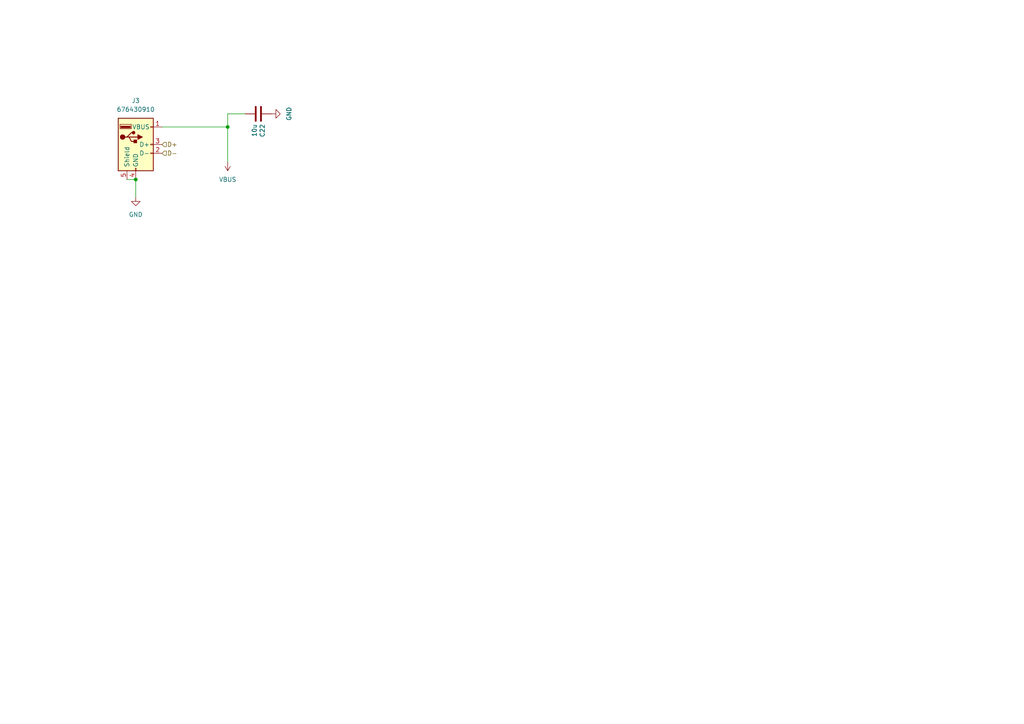
<source format=kicad_sch>
(kicad_sch (version 20250114) (generator "eeschema") (generator_version "9.0")
  (paper "A4")
  (title_block (title "Protea") (date "2025-03-08") (rev "2.03") (company "Mikhail Matveev") (comment 1 "https://github.com/xtremespb/frank"))
  (lib_symbols
    (symbol "Connector:USB_A" (pin_names (offset 1.016))
      (property "Reference" "J" (at -5.08 11.43 0))
      (property "Value" "USB_A" (at -5.08 8.89 0))
      (symbol "USB_A_0_1"
        (rectangle (start -5.08 -7.62) (end 5.08 7.62) (stroke (width 0.254)) (fill (type background)))
        (circle (center -3.81 2.159) (radius 0.635) (stroke (width 0.254)) (fill (type outline)))
        (polyline (pts (xy -3.175 2.159) (xy -2.54 2.159) (xy -1.27 3.429) (xy -0.635 3.429)) (stroke (width 0.254)))
        (polyline (pts (xy -2.54 2.159) (xy -1.905 2.159) (xy -1.27 0.889) (xy 0 0.889)) (stroke (width 0.254)))
        (rectangle (start -1.524 4.826) (end -4.318 5.334) (fill (type outline)))
        (rectangle (start -1.27 4.572) (end -4.572 5.842))
        (circle (center -0.635 3.429) (radius 0.381) (stroke (width 0.254)) (fill (type outline)))
        (rectangle (start -0.127 -7.62) (end 0.127 -6.858))
        (rectangle (start 0.254 1.27) (end -0.508 0.508) (stroke (width 0.254)) (fill (type outline)))
        (polyline (pts (xy 0.635 2.794) (xy 0.635 1.524) (xy 1.905 2.159) (xy 0.635 2.794)) (stroke (width 0.254)) (fill (type outline)))
        (rectangle (start 5.08 4.953) (end 4.318 5.207))
        (rectangle (start 5.08 -0.127) (end 4.318 0.127))
        (rectangle (start 5.08 -2.667) (end 4.318 -2.413))
      )
      (symbol "USB_A_1_1"
        (polyline (pts (xy -1.905 2.159) (xy 0.635 2.159)) (stroke (width 0.254)))
        (pin passive line (at -2.54 -10.16 90) (length 2.54) (name "Shield") (number "5"))
        (pin power_in line (at 0 -10.16 90) (length 2.54) (name "GND") (number "4"))
        (pin power_in line (at 7.62 5.08 180) (length 2.54) (name "VBUS") (number "1"))
        (pin bidirectional line (at 7.62 0 180) (length 2.54) (name "D+") (number "3"))
        (pin bidirectional line (at 7.62 -2.54 180) (length 2.54) (name "D-") (number "2"))
      )
    )
    (symbol "Device:C" (pin_numbers (hide yes)) (pin_names (offset 0.254))
      (property "Reference" "C" (at 0.635 2.54 0))
      (property "Value" "C" (at 0.635 -2.54 0))
      (symbol "C_0_1"
        (polyline (pts (xy -2.032 0.762) (xy 2.032 0.762)) (stroke (width 0.508)))
        (polyline (pts (xy -2.032 -0.762) (xy 2.032 -0.762)) (stroke (width 0.508)))
      )
      (symbol "C_1_1"
        (pin passive line (at 0 3.81 270) (length 2.794) (name "~") (number "1"))
        (pin passive line (at 0 -3.81 90) (length 2.794) (name "~") (number "2"))
      )
    )
    (symbol "power:GND" (power) (pin_numbers (hide yes)) (pin_names (offset 0) (hide yes))
      (property "Value" "GND" (at 0 -3.81 0))
      (symbol "GND_0_1"
        (polyline (pts (xy 0 0) (xy 0 -1.27) (xy 1.27 -1.27) (xy 0 -2.54) (xy -1.27 -1.27) (xy 0 -1.27)))
      )
      (symbol "GND_1_1"
        (pin power_in line (at 0 0 270) (length 0) (name "~") (number "1"))
      )
    )
    (symbol "power:VBUS" (power) (pin_numbers (hide yes)) (pin_names (offset 0) (hide yes))
      (property "Value" "VBUS" (at 0 3.556 0))
      (symbol "VBUS_0_1"
        (polyline (pts (xy -0.762 1.27) (xy 0 2.54)))
        (polyline (pts (xy 0 2.54) (xy 0.762 1.27)))
        (polyline (pts (xy 0 0) (xy 0 2.54)))
      )
      (symbol "VBUS_1_1"
        (pin power_in line (at 0 0 90) (length 0) (name "~") (number "1"))
      )
    )
  )
  (junction (at 66.04 36.83))
  (junction (at 39.37 52.07))
  (wire (pts (xy 39.37 52.07) (xy 39.37 57.15)))
  (wire (pts (xy 66.04 33.02) (xy 71.12 33.02)))
  (wire (pts (xy 36.83 52.07) (xy 39.37 52.07)))
  (wire (pts (xy 66.04 46.99) (xy 66.04 36.83)))
  (wire (pts (xy 46.99 36.83) (xy 66.04 36.83)))
  (wire (pts (xy 66.04 33.02) (xy 66.04 36.83)))
  (hierarchical_label "D-" (shape input) (at 46.99 44.45 0))
  (hierarchical_label "D+" (shape input) (at 46.99 41.91 0))
  (symbol (lib_id "Device:C") (at 74.93 33.02 270) (unit 1)
    (property "Reference" "C22" (at 76.0984 35.941 0) (effects (justify left)))
    (property "Value" "10u" (at 73.787 35.941 0) (effects (justify left)))
    (property "Footprint" "FRANK:Capacitor (0805)" (effects (hide yes)))
    (property "Datasheet" "https://eu.mouser.com/datasheet/2/40/KGM_X7R-3223212.pdf" (effects (hide yes)))
    (property "AliExpress" "https://www.aliexpress.com/item/33008008276.html" (effects (hide yes)))
  )
  (symbol (lib_id "power:VBUS") (at 66.04 46.99 180) (unit 1)
    (property "Reference" "#PWR038" (effects (hide yes)))
    (property "Value" "VBUS" (at 66.04 52.07 0))
    (property "Description" "Power symbol creates a global label with name \"VBUS\"" (effects (hide yes)))
  )
  (symbol (lib_id "power:GND") (at 39.37 57.15 0) (unit 1)
    (property "Reference" "#PWR039" (effects (hide yes)))
    (property "Value" "GND" (at 39.37 62.23 0))
    (property "Description" "Power symbol creates a global label with name \"GND\" , ground" (effects (hide yes)))
  )
  (symbol (lib_id "Connector:USB_A") (at 39.37 41.91 0) (unit 1)
    (property "Reference" "J3" (at 39.37 29.21 0))
    (property "Value" "676430910" (at 39.37 31.75 0))
    (property "Footprint" "FRANK:USB Type A (single)" (effects (hide yes)))
    (property "Description" "USB Type A connector" (effects (hide yes)))
  )
  (symbol (lib_id "power:GND") (at 78.74 33.02 90) (unit 1)
    (property "Reference" "#PWR037" (effects (hide yes)))
    (property "Value" "GND" (at 83.82 33.02 0))
    (property "Description" "Power symbol creates a global label with name \"GND\" , ground" (effects (hide yes)))
  )
)
</source>
